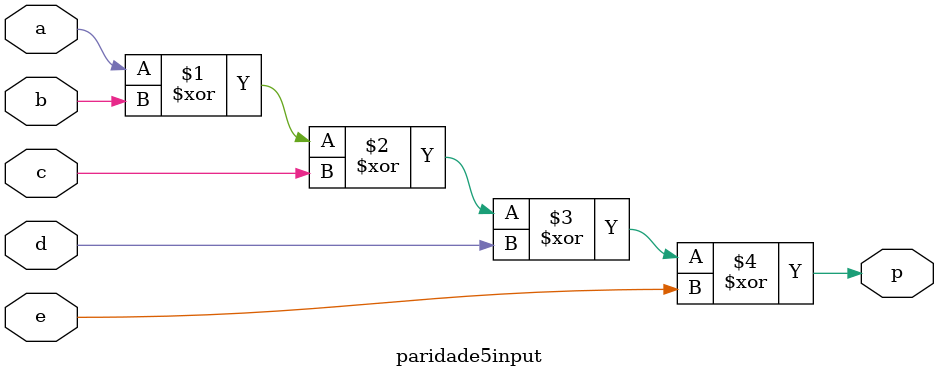
<source format=sv>
module paridade5input(
    input logic a, b, c, d, e,
    output logic p
);
    
    assign p = a ^ b ^ c ^ d ^ e;

endmodule
</source>
